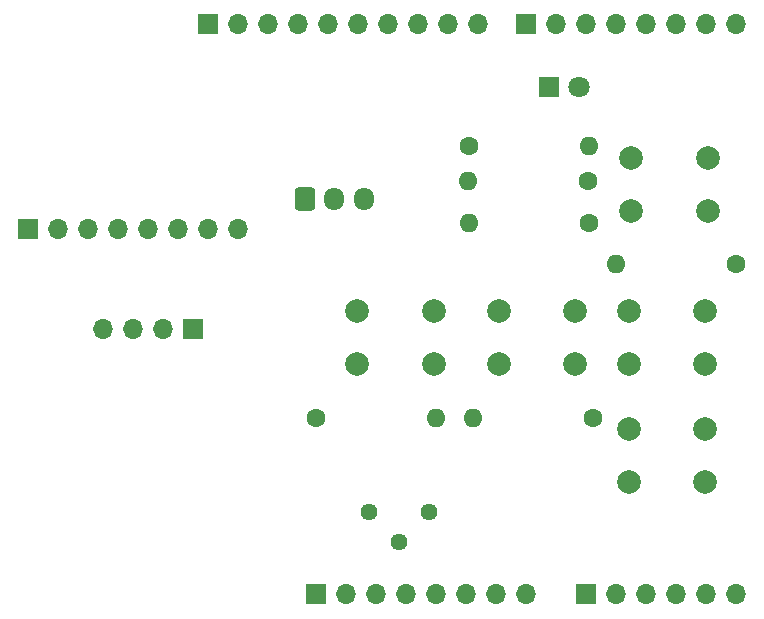
<source format=gbr>
%TF.GenerationSoftware,KiCad,Pcbnew,8.0.8*%
%TF.CreationDate,2025-02-03T19:45:29-07:00*%
%TF.ProjectId,Uno_Shield_ThermoPro,556e6f5f-5368-4696-956c-645f54686572,rev?*%
%TF.SameCoordinates,Original*%
%TF.FileFunction,Soldermask,Top*%
%TF.FilePolarity,Negative*%
%FSLAX46Y46*%
G04 Gerber Fmt 4.6, Leading zero omitted, Abs format (unit mm)*
G04 Created by KiCad (PCBNEW 8.0.8) date 2025-02-03 19:45:29*
%MOMM*%
%LPD*%
G01*
G04 APERTURE LIST*
G04 Aperture macros list*
%AMRoundRect*
0 Rectangle with rounded corners*
0 $1 Rounding radius*
0 $2 $3 $4 $5 $6 $7 $8 $9 X,Y pos of 4 corners*
0 Add a 4 corners polygon primitive as box body*
4,1,4,$2,$3,$4,$5,$6,$7,$8,$9,$2,$3,0*
0 Add four circle primitives for the rounded corners*
1,1,$1+$1,$2,$3*
1,1,$1+$1,$4,$5*
1,1,$1+$1,$6,$7*
1,1,$1+$1,$8,$9*
0 Add four rect primitives between the rounded corners*
20,1,$1+$1,$2,$3,$4,$5,0*
20,1,$1+$1,$4,$5,$6,$7,0*
20,1,$1+$1,$6,$7,$8,$9,0*
20,1,$1+$1,$8,$9,$2,$3,0*%
G04 Aperture macros list end*
%ADD10R,1.700000X1.700000*%
%ADD11O,1.700000X1.700000*%
%ADD12C,2.000000*%
%ADD13C,1.440000*%
%ADD14RoundRect,0.250000X-0.600000X-0.725000X0.600000X-0.725000X0.600000X0.725000X-0.600000X0.725000X0*%
%ADD15O,1.700000X1.950000*%
%ADD16R,1.800000X1.800000*%
%ADD17C,1.800000*%
%ADD18C,1.600000*%
%ADD19O,1.600000X1.600000*%
G04 APERTURE END LIST*
D10*
%TO.C,J1*%
X127940000Y-97460000D03*
D11*
X130480000Y-97460000D03*
X133020000Y-97460000D03*
X135560000Y-97460000D03*
X138100000Y-97460000D03*
X140640000Y-97460000D03*
X143180000Y-97460000D03*
X145720000Y-97460000D03*
%TD*%
D10*
%TO.C,J3*%
X150800000Y-97460000D03*
D11*
X153340000Y-97460000D03*
X155880000Y-97460000D03*
X158420000Y-97460000D03*
X160960000Y-97460000D03*
X163500000Y-97460000D03*
%TD*%
D10*
%TO.C,J2*%
X118796000Y-49200000D03*
D11*
X121336000Y-49200000D03*
X123876000Y-49200000D03*
X126416000Y-49200000D03*
X128956000Y-49200000D03*
X131496000Y-49200000D03*
X134036000Y-49200000D03*
X136576000Y-49200000D03*
X139116000Y-49200000D03*
X141656000Y-49200000D03*
%TD*%
D10*
%TO.C,J4*%
X145720000Y-49200000D03*
D11*
X148260000Y-49200000D03*
X150800000Y-49200000D03*
X153340000Y-49200000D03*
X155880000Y-49200000D03*
X158420000Y-49200000D03*
X160960000Y-49200000D03*
X163500000Y-49200000D03*
%TD*%
D12*
%TO.C,SW2*%
X154420000Y-73500000D03*
X160920000Y-73500000D03*
X154420000Y-78000000D03*
X160920000Y-78000000D03*
%TD*%
%TO.C,SW4*%
X143420000Y-73500000D03*
X149920000Y-73500000D03*
X143420000Y-78000000D03*
X149920000Y-78000000D03*
%TD*%
D13*
%TO.C,RV1*%
X132420000Y-90500000D03*
X134960000Y-93040000D03*
X137500000Y-90500000D03*
%TD*%
D12*
%TO.C,SW5*%
X131420000Y-73500000D03*
X137920000Y-73500000D03*
X131420000Y-78000000D03*
X137920000Y-78000000D03*
%TD*%
D14*
%TO.C,J7*%
X127000000Y-64000000D03*
D15*
X129500000Y-64000000D03*
X132000000Y-64000000D03*
%TD*%
D16*
%TO.C,D1*%
X147725000Y-54500000D03*
D17*
X150265000Y-54500000D03*
%TD*%
D18*
%TO.C,R1*%
X140920000Y-59500000D03*
D19*
X151080000Y-59500000D03*
%TD*%
D10*
%TO.C,J6*%
X117540000Y-75000000D03*
D11*
X115000000Y-75000000D03*
X112460000Y-75000000D03*
X109920000Y-75000000D03*
%TD*%
D18*
%TO.C,R4*%
X151420000Y-82500000D03*
D19*
X141260000Y-82500000D03*
%TD*%
D18*
%TO.C,R3*%
X163500000Y-69500000D03*
D19*
X153340000Y-69500000D03*
%TD*%
D18*
%TO.C,R2*%
X151000000Y-62500000D03*
D19*
X140840000Y-62500000D03*
%TD*%
D18*
%TO.C,R6*%
X127920000Y-82500000D03*
D19*
X138080000Y-82500000D03*
%TD*%
D12*
%TO.C,SW1*%
X154670000Y-60500000D03*
X161170000Y-60500000D03*
X154670000Y-65000000D03*
X161170000Y-65000000D03*
%TD*%
D18*
%TO.C,R5*%
X151080000Y-66000000D03*
D19*
X140920000Y-66000000D03*
%TD*%
D12*
%TO.C,SW3*%
X154420000Y-83500000D03*
X160920000Y-83500000D03*
X154420000Y-88000000D03*
X160920000Y-88000000D03*
%TD*%
D10*
%TO.C,J5*%
X103595000Y-66570238D03*
D11*
X106135000Y-66570238D03*
X108675000Y-66570238D03*
X111215000Y-66570238D03*
X113755000Y-66570238D03*
X116295000Y-66570238D03*
X118835000Y-66570238D03*
X121375000Y-66570238D03*
%TD*%
M02*

</source>
